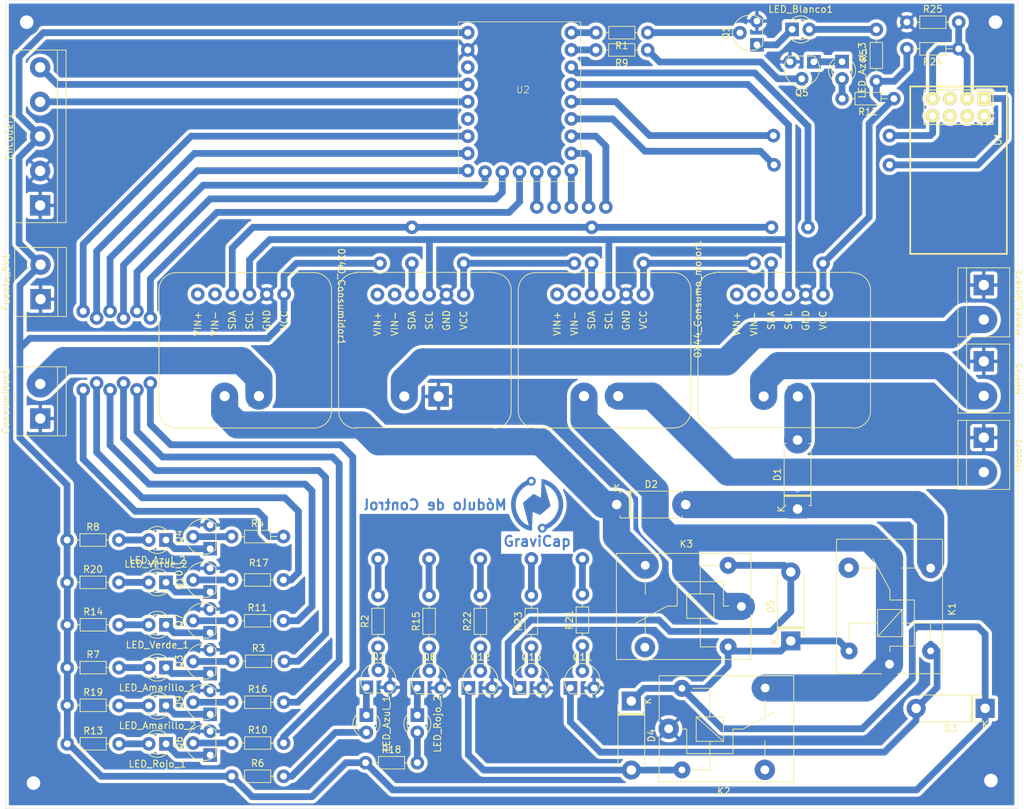
<source format=kicad_pcb>
(kicad_pcb (version 20240108) (generator "pcbnew") (generator_version "8.0")
  (layers (0 "F.Cu" signal) (31 "B.Cu" signal) (34 "B.Paste" user) (35 "F.Paste" user) (36 "B.SilkS" user "B.Silkscreen") (37 "F.SilkS" user "F.Silkscreen") (38 "B.Mask" user) (39 "F.Mask" user) (44 "Edge.Cuts" user))
  (net 0 "")
  (net 1 "Consumidor_+")
  (net 2 "MPPT_+")
  (net 3 "Panel_Solar_+")
  (net 4 "+5V")
  (net 6 "GNDREF")
  (net 7 "Net-(Q1-B)")
  (net 8 "Vin+_Consumo")
  (net 9 "Net-(Q2-B)")
  (net 10 "Motor_Vin+")
  (net 11 "Net-(Q3-B)")
  (net 12 "Motor_Vin-")
  (net 13 "Net-(Q4-B)")
  (net 14 "Net-(Q5-B)")
  (net 15 "Net-(Q6-B)")
  (net 16 "D1_Out")
  (net 17 "Net-(Q7-B)")
  (net 18 "Net-(LED_Blanco1-K)")
  (net 19 "Net-(Q8-B)")
  (net 20 "Net-(D5-A)")
  (net 21 "Net-(Q9-B)")
  (net 22 "Net-(Q11-B)")
  (net 23 "RPZ_LED_6")
  (net 24 "RPZ_LED_5")
  (net 25 "RPZ_LED_8")
  (net 26 "RPZ_RELE_1")
  (net 27 "RPZ_LED_7")
  (net 28 "RPZ_LED_2")
  (net 29 "Net-(Q12-B)")
  (net 30 "RPZ_LED_4")
  (net 31 "RPZ_RELE_2")
  (net 32 "PIN_A_Encoder")
  (net 33 "RPZ_LED_3")
  (net 34 "RPZ_LED_9")
  (net 36 "PIN_B_Encoder")
  (net 37 "RPZ_LED_1")
  (net 38 "RPZ_I2C_SDA")
  (net 39 "RPZ_I2C_SCL")
  (net 40 "RPZ_LED_10")
  (net 41 "RPZ_UART1_TX")
  (net 42 "RPZ_UART1_RX")
  (net 43 "Net-(LED_Amarillo_1-A)")
  (net 44 "Net-(LED_Amarillo_1-K)")
  (net 45 "Net-(LED_Amarillo_2-K)")
  (net 46 "Net-(LED_Amarillo_2-A)")
  (net 47 "Net-(LED_Azul_1-K)")
  (net 48 "Net-(LED_Azul_1-A)")
  (net 49 "Net-(LED_Azul_2-A)")
  (net 50 "Net-(LED_Azul_2-K)")
  (net 51 "Net-(LED_Blanco1-A)")
  (net 52 "Net-(LED_Rojo_1-A)")
  (net 53 "Net-(LED_Rojo_1-K)")
  (net 54 "Net-(LED_Rojo_2-A)")
  (net 55 "Net-(LED_Rojo_2-K)")
  (net 56 "Net-(LED_Verde_1-K)")
  (net 57 "Net-(LED_Verde_1-A)")
  (net 58 "Net-(LED_Verde_2-A)")
  (net 59 "Net-(LED_Verde_2-K)")
  (net 60 "Net-(Q10-B)")
  (net 61 "RPZ_RELE_3")
  (net 62 "Net-(D3-A)")
  (net 63 "Net-(D4-A)")
  (net 70 "Net-(Q13-B)")
  (net 71 "+3.3V")
  (net 76 "unconnected-(U2-GP27-Pad32)")
  (net 77 "Net-(LED_Azul_3-A)")
  (net 78 "Net-(LED_Azul_3-K)")
  (net 79 "Vin-_MPPT")
  (footprint "GraviCap:RP2040 Zero" (layer "F.Cu") (at 133.045 31.45)
    (property "Reference" "U2")
    (property "Value" "RP2040-Zero")
  )
  (footprint "Relay_THT:Relay_SPDT_SANYOU_SRD_Series_Form_C" (layer "F.Cu") (at 154.5 125)
    (property "Reference" "K2")
    (property "Value" "SANYOU_SRD_Form_C" (hide yes))
  )
  (footprint "Package_TO_SOT_THT:TO-92_Inline" (layer "F.Cu") (at 86 116.37 90)
    (property "Reference" "Q3")
    (property "Value" "BC548")
  )
  (footprint "Diode_THT:D_5W_P10.16mm_Horizontal" (layer "F.Cu") (at 172.465 112.08 90)
    (property "Reference" "D5")
    (property "Value" "D")
  )
  (footprint "Package_TO_SOT_THT:TO-92_Inline" (layer "F.Cu") (at 118 118)
    (property "Reference" "Q8")
    (property "Value" "BC548")
  )
  (footprint "Resistor_THT:R_Axial_DIN0204_L3.6mm_D1.6mm_P7.62mm_Horizontal" (layer "F.Cu") (at 187.645 32.26 180)
    (property "Reference" "R12")
    (property "Value" "150Ω")
  )
  (footprint "Resistor_THT:R_Axial_DIN0204_L3.6mm_D1.6mm_P7.62mm_Horizontal" (layer "F.Cu") (at 141.8 112.81 90)
    (property "Reference" "R21")
    (property "Value" "5kΩ")
  )
  (footprint "LED_THT:LED_D3.0mm" (layer "F.Cu") (at 172.66 22.06)
    (property "Reference" "LED_Blanco1")
    (property "Value" "LED")
  )
  (footprint "Relay_THT:Relay_SPDT_SANYOU_SRD_Series_Form_C" (layer "F.Cu") (at 187 115.5 90)
    (property "Reference" "K1")
    (property "Value" "SANYOU_SRD_Form_C")
  )
  (footprint "Resistor_THT:R_Axial_DIN0204_L3.6mm_D1.6mm_P7.62mm_Horizontal" (layer "F.Cu") (at 90.19 132)
    (property "Reference" "R6")
    (property "Value" "150Ω")
  )
  (footprint "LOGO" (layer "F.Cu") (at 135.13 92.04)
    (property "Reference" "GraviCap")
    (property "Value" "LOGO" (hide yes))
  )
  (footprint "Resistor_THT:R_Axial_DIN0204_L3.6mm_D1.6mm_P7.62mm_Horizontal" (layer "F.Cu") (at 151.405 22.54 180)
    (property "Reference" "R1")
    (property "Value" "47kΩ")
  )
  (footprint "RP2040-Zero:module_ina219" (layer "F.Cu") (at 111.445 61.095 -90)
    (property "Reference" "0X45_Panel_Solar1" (hide yes))
    (property "Value" "module_ina219" (hide yes))
  )
  (footprint "Package_TO_SOT_THT:TO-92_Inline" (layer "F.Cu") (at 133.02 118)
    (property "Reference" "Q13")
    (property "Value" "BC548")
  )
  (footprint "Resistor_THT:R_Axial_DIN0204_L3.6mm_D1.6mm_P7.62mm_Horizontal" (layer "F.Cu") (at 65.98 127.22)
    (property "Reference" "R13")
    (property "Value" "150Ω")
  )
  (footprint "TerminalBlock:TerminalBlock_bornier-2_P5.08mm" (layer "F.Cu") (at 200.875 59.69 -90)
    (property "Reference" "Panel_Solar1")
    (property "Value" "Screw_Terminal_01x02" (hide yes))
  )
  (footprint "Diode_THT:D_5W_P10.16mm_Horizontal" (layer "F.Cu") (at 173.465 92.66 90)
    (property "Reference" "D1")
    (property "Value" "D")
  )
  (footprint "RP2040-Zero:module_ina219" (layer "F.Cu") (at 85.324999 60.905001 -90)
    (property "Reference" "0X40_Consumidor1" (hide yes))
    (property "Value" "module_ina219" (hide yes))
  )
  (footprint "Resistor_THT:R_Axial_DIN0204_L3.6mm_D1.6mm_P7.62mm_Horizontal" (layer "F.Cu") (at 90.2 127.1)
    (property "Reference" "R10")
    (property "Value" "47kΩ")
  )
  (footprint "TerminalBlock:TerminalBlock_bornier-2_P5.08mm" (layer "F.Cu") (at 62 79.34 90)
    (property "Reference" "Consumidor1")
    (property "Value" "Screw_Terminal_01x02" (hide yes))
  )
  (footprint "LED_THT:LED_D3.0mm" (layer "F.Cu") (at 110 123 -90)
    (property "Reference" "LED_Azul_1")
    (property "Value" "LED")
  )
  (footprint "Package_TO_SOT_THT:TO-92_Inline" (layer "F.Cu") (at 86 98 90)
    (property "Reference" "Q4")
    (property "Value" "BC548")
  )
  (footprint "Resistor_THT:R_Axial_DIN0204_L3.6mm_D1.6mm_P7.62mm_Horizontal" (layer "F.Cu") (at 65.97 116)
    (property "Reference" "R7")
    (property "Value" "150Ω")
  )
  (footprint "Package_TO_SOT_THT:TO-92_Inline" (layer "F.Cu") (at 86 104.37 90)
    (property "Reference" "Q10")
    (property "Value" "BC548")
  )
  (footprint "LED_THT:LED_D3.0mm" (layer "F.Cu") (at 117.5 123 -90)
    (property "Reference" "LED_Rojo_2")
    (property "Value" "LED")
  )
  (footprint "Package_TO_SOT_THT:TO-92_Inline" (layer "F.Cu") (at 86 128.37 90)
    (property "Reference" "Q6")
    (property "Value" "BC548")
  )
  (footprint "TerminalBlock:TerminalBlock_bornier-2_P5.08mm" (layer "F.Cu") (at 200.875 70.92 -90)
    (property "Reference" "MPPT1")
    (property "Value" "Screw_Terminal_01x02")
  )
  (footprint "LED_THT:LED_D3.0mm" (layer "F.Cu") (at 80.51 97.22 180)
    (property "Reference" "LED_Azul_2")
    (property "Value" "LED")
  )
  (footprint "Package_TO_SOT_THT:TO-92_Inline" (layer "F.Cu") (at 175.355 27.83 180)
    (property "Reference" "Q5")
    (property "Value" "BC548")
  )
  (footprint "Resistor_THT:R_Axial_DIN0204_L3.6mm_D1.6mm_P7.62mm_Horizontal" (layer "F.Cu") (at 90.17 96.71)
    (property "Reference" "R4")
    (property "Value" "47kΩ")
  )
  (footprint "Resistor_THT:R_Axial_DIN0204_L3.6mm_D1.6mm_P7.62mm_Horizontal" (layer "F.Cu") (at 90.2 121.1)
    (property "Reference" "R16")
    (property "Value" "47kΩ")
  )
  (footprint "Resistor_THT:R_Axial_DIN0204_L3.6mm_D1.6mm_P7.62mm_Horizontal" (layer "F.Cu") (at 65.97 121.55)
    (property "Reference" "R19")
    (property "Value" "150Ω")
  )
  (footprint "RP2040-Zero:module_ina219" (layer "F.Cu") (at 163.935 60.695 -90)
    (property "Reference" "0X41_MPPT1" (hide yes))
    (property "Value" "module_ina219" (hide yes))
  )
  (footprint "LED_THT:LED_D3.0mm" (layer "F.Cu") (at 80.51 116 180)
    (property "Reference" "LED_Amarillo_1")
    (property "Value" "LED")
  )
  (footprint "Relay_THT:Relay_SPDT_SANYOU_SRD_Series_Form_C" (layer "F.Cu") (at 165.2 107 180)
    (property "Reference" "K3")
    (property "Value" "SANYOU_SRD_Form_C")
  )
  (footprint "Package_TO_SOT_THT:TO-92_Inline" (layer "F.Cu") (at 140.53 118)
    (property "Reference" "Q11")
    (property "Value" "BC548")
  )
  (footprint "LED_THT:LED_D3.0mm" (layer "F.Cu") (at 80.51 103.46 180)
    (property "Reference" "LED_Verde_2")
    (property "Value" "LED")
  )
  (footprint "Package_TO_SOT_THT:TO-92_Inline" (layer "F.Cu") (at 166.485 23.83 90)
    (property "Reference" "Q1")
    (property "Value" "BC548")
  )
  (footprint "Resistor_THT:R_Axial_DIN0204_L3.6mm_D1.6mm_P7.62mm_Horizontal" (layer "F.Cu") (at 65.95 103.46)
    (property "Reference" "R20")
    (property "Value" "150Ω")
  )
  (footprint "Resistor_THT:R_Axial_DIN0204_L3.6mm_D1.6mm_P7.62mm_Horizontal" (layer "F.Cu") (at 126.78 113 90)
    (property "Reference" "R22")
    (property "Value" "5kΩ")
  )
  (footprint "Resistor_THT:R_Axial_DIN0204_L3.6mm_D1.6mm_P7.62mm_Horizontal" (layer "F.Cu") (at 109.88 130)
    (property "Reference" "R18")
    (property "Value" "150Ω")
  )
  (footprint "Resistor_THT:R_Axial_DIN0204_L3.6mm_D1.6mm_P7.62mm_Horizontal" (layer "F.Cu") (at 90.31 115.07)
    (property "Reference" "R3")
    (property "Value" "47kΩ")
  )
  (footprint "LED_THT:LED_D3.0mm" (layer "F.Cu") (at 80.51 121.58 180)
    (property "Reference" "LED_Amarillo_2")
    (property "Value" "LED")
  )
  (footprint "Resistor_THT:R_Axial_DIN0204_L3.6mm_D1.6mm_P7.62mm_Horizontal" (layer "F.Cu") (at 189.56 21)
    (property "Reference" "R25")
    (property "Value" "5kΩ")
  )
  (footprint "Resistor_THT:R_Axial_DIN0204_L3.6mm_D1.6mm_P7.62mm_Horizontal" (layer "F.Cu") (at 185.065 29.7 90)
    (property "Reference" "R5")
    (property "Value" "150Ω")
  )
  (footprint "Resistor_THT:R_Axial_DIN0204_L3.6mm_D1.6mm_P7.62mm_Horizontal" (layer "F.Cu") (at 119.23 113 90)
    (property "Reference" "R15")
    (property "Value" "47kΩ")
  )
  (footprint "Resistor_THT:R_Axial_DIN0204_L3.6mm_D1.6mm_P7.62mm_Horizontal" (layer "F.Cu") (at 111.72 113 90)
    (property "Reference" "R2")
    (property "Value" "47kΩ")
  )
  (footprint "RP2040-Zero:ESP-01" (layer "F.Cu") (at 200.97 32.24 -90)
    (property "Reference" "U1")
    (property "Value" "ESP-01v090")
  )
  (footprint "Package_TO_SOT_THT:TO-92_Inline" (layer "F.Cu") (at 86 122.37 90)
    (property "Reference" "Q9")
    (property "Value" "BC548")
  )
  (footprint "Resistor_THT:R_Axial_DIN0204_L3.6mm_D1.6mm_P7.62mm_Horizontal" (layer "F.Cu") (at 90.17 103.1)
    (property "Reference" "R17")
    (property "Value" "47kΩ")
  )
  (footprint "Resistor_THT:R_Axial_DIN0204_L3.6mm_D1.6mm_P7.62mm_Horizontal" (layer "F.Cu") (at 134.29 113 90)
    (property "Reference" "R23")
    (property "Value" "5kΩ")
  )
  (footprint "Diode_THT:D_5W_P10.16mm_Horizontal" (layer "F.Cu") (at 149 120.92 -90)
    (property "Reference" "D4")
    (property "Value" "D")
  )
  (footprint "Resistor_THT:R_Axial_DIN0204_L3.6mm_D1.6mm_P7.62mm_Horizontal" (layer "F.Cu") (at 65.98 109.7)
    (property "Reference" "R14")
    (property "Value" "150Ω")
  )
  (footprint "RP2040-Zero:module_ina219" (layer "F.Cu") (at 138.07 61.04 -90)
    (property "Reference" "0X44_Consumo_motor1")
    (property "Value" "module_ina219")
  )
  (footprint "Diode_THT:D_5W_P10.16mm_Horizontal" (layer "F.Cu") (at 201.08 122 180)
    (property "Reference" "D3")
    (property "Value" "D")
  )
  (footprint "Diode_THT:D_5W_P10.16mm_Horizontal" (layer "F.Cu") (at 146.84 92)
    (property "Reference" "D2")
    (property "Value" "D")
  )
  (footprint "Resistor_THT:R_Axial_DIN0204_L3.6mm_D1.6mm_P7.62mm_Horizontal" (layer "F.Cu") (at 197.1775 24.92 180)
    (property "Reference" "R24")
    (property "Value" "10kΩ")
  )
  (footprint "Resistor_THT:R_Axial_DIN0204_L3.6mm_D1.6mm_P7.62mm_Horizontal" (layer "F.Cu") (at 65.95 97.22)
    (property "Reference" "R8")
    (property "Value" "150Ω")
  )
  (footprint "TerminalBlock:TerminalBlock_bornier-2_P5.08mm" (layer "F.Cu") (at 200.875 82.15 -90)
    (property "Reference" "Motor1")
    (property "Value" "Screw_Terminal_01x02")
  )
  (footprint "Package_TO_SOT_THT:TO-92_Inline" (layer "F.Cu") (at 125.51 118)
    (property "Reference" "Q12")
    (property "Value" "BC548")
  )
  (footprint "Resistor_THT:R_Axial_DIN0204_L3.6mm_D1.6mm_P7.62mm_Horizontal" (layer "F.Cu") (at 90.17 109.1)
    (property "Reference" "R11")
    (property "Value" "47kΩ")
  )
  (footprint "Package_TO_SOT_THT:TO-92_Inline" (layer "F.Cu") (at 110.49 117.9)
    (property "Reference" "Q2")
    (property "Value" "BC548")
  )
  (footprint "TerminalBlock:TerminalBlock_bornier-2_P5.08mm" (layer "F.Cu") (at 62.04 61.77 90)
    (property "Reference" "Fuente_5V1")
    (property "Value" "Screw_Terminal_01x02" (hide yes))
  )
  (footprint "Package_TO_SOT_THT:TO-92_Inline" (layer "F.Cu") (at 86 110.37 90)
    (property "Reference" "Q7")
    (property "Value" "BC548")
  )
  (footprint "Resistor_THT:R_Axial_DIN0204_L3.6mm_D1.6mm_P7.62mm_Horizontal" (layer "F.Cu") (at 151.395 25.09 180)
    (property "Reference" "R9")
    (property "Value" "47kΩ")
  )
  (footprint "LED_THT:LED_D3.0mm" (layer "F.Cu") (at 180.015 26.81 -90)
    (property "Reference" "LED_Azul_3")
    (property "Value" "LED")
  )
  (footprint "LED_THT:LED_D3.0mm" (layer "F.Cu") (at 80.51 127.22 180)
    (property "Reference" "LED_Rojo_1")
    (property "Value" "LED")
  )
  (footprint "TerminalBlock:TerminalBlock_bornier-5_P5.08mm" (layer "F.Cu") (at 61.98 47.97 90)
    (property "Reference" "Encoder1")
    (property "Value" "Screw_Terminal_01x05")
  )
  (footprint "LED_THT:LED_D3.0mm" (layer "F.Cu") (at 80.51 109.7 180)
    (property "Reference" "LED_Verde_1")
    (property "Value" "LED")
  )
  (gr_rect (start 56.875 17.76) (end 205.875 136.76) (stroke (width 0.05)) (fill none) (layer "Edge.Cuts"))
  (gr_text "Módulo de Control" (at 120.13 92.04 0) (layer "B.Cu") (effects (font (size 1.5 1.5) (thickness 0.3) (bold yes)) (justify mirror)))
  (segment (start 65.44 70.82) (end 62 74.26) (width 4) (layer "B.Cu") (net 1))
  (segment (start 91.625 70.82) (end 65.44 70.82) (width 4) (layer "B.Cu") (net 1))
  (segment (start 94.18 73.375) (end 91.625 70.82) (width 4) (layer "B.Cu") (net 1))
  (segment (start 94.18 76.04) (end 94.18 73.375) (width 4) (layer "B.Cu") (net 1))
  (segment (start 168.475 76.085) (end 168.475 73.725) (width 4) (layer "B.Cu") (net 2))
  (segment (start 170.65 71.55) (end 194.615 71.55) (width 4) (layer "B.Cu") (net 2))
  (segment (start 168.475 73.725) (end 170.65 71.55) (width 4) (layer "B.Cu") (net 2))
  (segment (start 194.615 71.55) (end 199.065 76) (width 4) (layer "B.Cu") (net 2))
  (segment (start 199.065 76) (end 200.875 76) (width 4) (layer "B.Cu") (net 2))
  (segment (start 115.585 73.725) (end 115.585 76.085) (width 4) (layer "B.Cu") (net 3))
  (segment (start 198.23 64.77) (end 196 67) (width 4) (layer "B.Cu") (net 3))
  (segment (start 196 67) (end 167 67) (width 4) (layer "B.Cu") (net 3))
  (segment (start 118.31 71) (end 115.585 73.725) (width 4) (layer "B.Cu") (net 3))
  (segment (start 167 67) (end 163 71) (width 4) (layer "B.Cu") (net 3))
  (segment (start 163 71) (end 118.31 71) (width 4) (layer "B.Cu") (net 3))
  (segment (start 200.875 64.77) (end 198.23 64.77) (width 4) (layer "B.Cu") (net 3))
  (via (at 150.785 56.49) (size 2) (drill 1) (layers "F.Cu" "B.Cu") (net 4))
  (via (at 167.055 56.49) (size 2) (drill 1) (layers "F.Cu" "B.Cu") (net 4))
  (via (at 177.215 56.49) (size 2) (drill 1) (layers "F.Cu" "B.Cu") (net 4))
  (via (at 140.61 56.49) (size 2) (drill 1) (layers "F.Cu" "B.Cu") (net 4))
  (via (at 124.315 56.49) (size 2) (drill 1) (layers "F.Cu" "B.Cu") (net 4))
  (via (at 112 56.49) (size 2) (drill 1) (layers "F.Cu" "B.Cu") (net 4))
  (segment (start 59 59.73) (end 62.04 56.69) (width 1) (layer "B.Cu") (net 4))
  (segment (start 172.465 112.08) (end 170.975 113.57) (width 1) (layer "B.Cu") (net 4))
  (segment (start 62.04 56.69) (end 58.875 53.525) (width 1) (layer "B.Cu") (net 4))
  (segment (start 191 110) (end 190.35 110.65) (width 1) (layer "B.Cu") (net 4))
  (segment (start 65.98 126) (end 65.98 126.98) (width 1) (layer "B.Cu") (net 4))
  (segment (start 61.98 37.81) (end 58.875 34.705) (width 1) (layer "B.Cu") (net 4))
  (segment (start 107 130) (end 102 135) (width 1) (layer "B.Cu") (net 4))
  (segment (start 190.35 110.65) (end 190.35 117.65) (width 1) (layer "B.Cu") (net 4))
  (segment (start 177.215 56.49) (end 177.215 61.085) (width 1) (layer "B.Cu") (net 4))
  (segment (start 113.88 134) (end 109.88 130) (width 1) (layer "B.Cu") (net 4))
  (segment (start 65.98 126) (end 65.98 103.51) (width 1) (layer "B.Cu") (net 4))
  (segment (start 65.98 126.98) (end 71 132) (width 1) (layer "B.Cu") (net 4))
  (segment (start 184 49.705) (end 184 35.905) (width 1) (layer "B.Cu") (net 4))
  (segment (start 183 125) (end 162.4 125) (width 1) (layer "B.Cu") (net 4))
  (segment (start 190.35 117.65) (end 183 125) (width 1) (layer "B.Cu") (net 4))
  (segment (start 60.46 67.54) (end 59 69) (width 1) (layer "B.Cu") (net 4))
  (segment (start 185.715 32.26) (end 187.645 32.26) (width 1) (layer "B.Cu") (net 4))
  (segment (start 150.87 119.05) (end 149 120.92) (width 1) (layer "B.Cu") (net 4))
  (segment (start 187.69 29.7) (end 189.5575 27.8325) (width 1) (layer "B.Cu") (net 4))
  (segment (start 62.46 22.54) (end 124.925 22.54) (width 1) (layer "B.Cu") (net 4))
  (segment (start 156.45 119.05) (end 159.95 119.05) (width 1) (layer "B.Cu") (net 4))
  (segment (start 150.785 56.49) (end 167.045 56.49) (width 1) (layer "B.Cu") (net 4))
  (segment (start 99.705 56.49) (end 97.88 58.315) (width 1) (layer "B.Cu") (net 4))
  (segment (start 187.665 32.24) (end 187.645 32.26) (width 1) (layer "B.Cu") (net 4))
  (segment (start 109.88 130) (end 107 130) (width 1) (layer "B.Cu") (net 4))
  (segment (start 201.08 123.92) (end 191 134) (width 1) (layer "B.Cu") (net 4))
  (segment (start 185.065 29.7) (end 187.69 29.7) (width 1) (layer "B.Cu") (net 4))
  (segment (start 167.045 56.49) (end 167.055 56.5) (width 1) (layer "B.Cu") (net 4))
  (segment (start 201.08 122) (end 201.08 123.92) (width 1) (layer "B.Cu") (net 4))
  (segment (start 65.95 97.22) (end 65.95 89.11) (width 1) (layer "B.Cu") (net 4))
  (segment (start 177.215 56.49) (end 184 49.705) (width 1) (layer "B.Cu") (net 4))
  (segment (start 150.785 56.49) (end 150.785 61.025) (width 1) (layer "B.Cu") (net 4))
  (segment (start 71 132) (end 90.19 132) (width 1) (layer "B.Cu") (net 4))
  (segment (start 59 82.16) (end 59 69) (width 1) (layer "B.Cu") (net 4))
  (segment (start 170.975 113.57) (end 163.87 113.57) (width 1) (layer "B.Cu") (net 4))
  (segment (start 156.45 119.05) (end 150.87 119.05) (width 1) (layer "B.Cu") (net 4))
  (segment (start 201.08 111.08) (end 200 110) (width 1) (layer "B.Cu") (net 4))
  (segment (start 112 56.49) (end 99.705 56.49) (width 1) (layer "B.Cu") (net 4))
  (segment (start 185.065 29.7) (end 185.065 31.61) (width 1) (layer "B.Cu") (net 4))
  (segment (start 58.875 26.125) (end 62.46 22.54) (width 1) (layer "B.Cu") (net 4))
  (segment (start 124.315 56.49) (end 124.315 61.075) (width 1) (layer "B.Cu") (net 4))
  (segment (start 162.4 125) (end 156.45 119.05) (width 1) (layer "B.Cu") (net 4))
  (segment (start 189.5575 27.8325) (end 189.5575 24.92) (width 1) (layer "B.Cu") (net 4))
  (segment (start 191 134) (end 113.88 134) (width 1) (layer "B.Cu") (net 4))
  (segment (start 65.95 103.46) (end 65.95 97.22) (width 1) (layer "B.Cu") (net 4))
  (segment (start 97.88 61.04) (end 97.88 65.12) (width 1) (layer "B.Cu") (net 4))
  (segment (start 163.25 115.75) (end 163.25 112.95) (width 1) (layer "B.Cu") (net 4))
  (segment (start 102 135) (end 93.19 135) (width 1) (layer "B.Cu") (net 4))
  (segment (start 58.875 53.525) (end 58.875 40.915) (width 1) (layer "B.Cu") (net 4))
  (segment (start 184 35.905) (end 187.645 32.26) (width 1) (layer "B.Cu") (net 4))
  (segment (start 95.46 67.54) (end 60.46 67.54) (width 1) (layer "B.Cu") (net 4))
  (segment (start 140.605 56.49) (end 124.315 56.49) (width 1) (layer "B.Cu") (net 4))
  (segment (start 65.95 89.11) (end 59 82.16) (width 1) (layer "B.Cu") (net 4))
  (segment (start 163.87 113.57) (end 163.25 112.95) (width 1) (layer "B.Cu") (net 4))
  (segment (start 185.065 31.61) (end 185.715 32.26) (width 1) (layer "B.Cu") (net 4))
  (segment (start 93.19 135) (end 90.19 132) (width 1) (layer "B.Cu") (net 4))
  (segment (start 201.08 122) (end 201.08 111.08) (width 1) (layer "B.Cu") (net 4))
  (segment (start 58.875 34.705) (end 58.875 26.125) (width 1) (layer "B.Cu") (net 4))
  (segment (start 124.315 61.075) (end 124.325 61.085) (width 1) (layer "B.Cu") (net 4))
  (segment (start 97.88 58.315) (end 97.88 61.04) (width 1) (layer "B.Cu") (net 4))
  (segment (start 172.465 112.08) (end 179.58 112.08) (width 1) (layer "B.Cu") (net 4))
  (segment (start 200 110) (end 191 110) (width 1) (layer "B.Cu") (net 4))
  (segment (start 159.95 119.05) (end 163.25 115.75) (width 1) (layer "B.Cu") (net 4))
  (segment (start 179.58 112.08) (end 181.05 113.55) (width 1) (layer "B.Cu") (net 4))
  (segment (start 150.785 61.025) (end 150.77 61.04) (width 1) (layer "B.Cu") (net 4))
  (segment (start 59 69) (end 59 59.73) (width 1) (layer "B.Cu") (net 4))
  (segment (start 58.875 40.915) (end 61.98 37.81) (width 1) (layer "B.Cu") (net 4))
  (segment (start 65.98 127.22) (end 65.98 126) (width 1) (layer "B.Cu") (net 4))
  (segment (start 171.595 112.95) (end 172.465 112.08) (width 1) (layer "B.Cu") (net 4))
  (segment (start 97.88 65.12) (end 95.46 67.54) (width 1) (layer "B.Cu") (net 4))
  (via (at 202.6 20.99) (size 4) (drill 2) (layers "F.Cu" "B.Cu") (net 6))
  (via (at 61 133) (size 4) (drill 2) (layers "F.Cu" "B.Cu") (net 6))
  (via (at 60 21) (size 4) (drill 2) (layers "F.Cu" "B.Cu") (net 6))
  (via (at 201.93 132.62) (size 4) (drill 2) (layers "F.Cu" "B.Cu") (net 6))
  (segment (start 151.405 22.54) (end 164.965 22.54) (width 1) (layer "B.Cu") (net 7))
  (segment (start 164.965 22.54) (end 164.985 22.56) (width 1) (layer "B.Cu") (net 7))
  (segment (start 151.05 100.95) (end 146.8 96.7) (width 4) (layer "B.Cu") (net 8))
  (segment (start 144.92 92) (end 135.67 82.75) (width 4) (layer "B.Cu") (net 8))
  (segment (start 89.14 78.4) (end 89.14 76.04) (width 4) (layer "B.Cu") (net 8))
  (segment (start 91.025 80.285) (end 89.14 78.4) (width 4) (layer "B.Cu") (net 8))
  (segment (start 146.84 92) (end 144.92 92) (width 4) (layer "B.Cu") (net 8))
  (segment (start 111.75 82.75) (end 109.285 80.285) (width 4) (layer "B.Cu") (net 8))
  (segment (start 146.8 96.7) (end 146.8 92) (width 4) (layer "B.Cu") (net 8))
  (segment (start 135.67 82.75) (end 111.75 82.75) (width 4) (layer "B.Cu") (net 8))
  (segment (start 109.285 80.285) (end 91.025 80.285) (width 4) (layer "B.Cu") (net 8))
  (segment (start 111.76 113.04) (end 111.72 113) (width 1) (layer "B.Cu") (net 9))
  (segment (start 111.76 116.4) (end 111.76 113.04) (width 1) (layer "B.Cu") (net 9))
  (segment (start 152.5 94.87) (end 157 99.37) (width 4) (layer "B.Cu") (net 10))
  (segment (start 152.5 94.87) (end 154.55 96.92) (width 4) (layer "B.Cu") (net 10))
  (segment (start 157 99.37) (end 157 101.75) (width 4) (layer "B.Cu") (net 10))
  (segment (start 157 101.75) (end 162.25 107) (width 4) (layer "B.Cu") (net 10))
  (segment (start 142.03 76.04) (end 142.03 79.499848) (width 4) (layer "B.Cu") (net 10))
  (segment (start 152.5 89.969848) (end 152.5 94.87) (width 4) (layer "B.Cu") (net 10))
  (segment (start 162.25 107) (end 165.2 107) (width 4) (layer "B.Cu") (net 10))
  (segment (start 183.5 119) (end 187 115.5) (width 4) (layer "B.Cu") (net 10))
  (segment (start 187 99.94) (end 183.98 96.92) (width 4) (layer "B.Cu") (net 10))
  (segment (start 183.98 96.92) (end 154.55 96.92) (width 4) (layer "B.Cu") (net 10))
  (segment (start 187 115.5) (end 187 99.94) (width 4) (layer "B.Cu") (net 10))
  (segment (start 142.03 79.499848) (end 152.5 89.969848) (width 4) (layer "B.Cu") (net 10))
  (segment (start 168.7 119) (end 183.5 119) (width 4) (layer "B.Cu") (net 10))
  (segment (start 84.5 115.1) (end 90.28 115.1) (width 1) (layer "B.Cu") (net 11))
  (segment (start 90.28 115.1) (end 90.31 115.07) (width 1) (layer "B.Cu") (net 11))
  (segment (start 152.04 76.04) (end 163.23 87.23) (width 4) (layer "B.Cu") (net 12))
  (segment (start 163.23 87.23) (end 200.875 87.23) (width 4) (layer "B.Cu") (net 12))
  (segment (start 147.07 76.04) (end 152.04 76.04) (width 4) (layer "B.Cu") (net 12))
  (segment (start 84.5 96.73) (end 90.15 96.73) (width 1) (layer "B.Cu") (net 13))
  (segment (start 90.15 96.73) (end 90.17 96.71) (width 1) (layer "B.Cu") (net 13))
  (segment (start 168.065 26.86) (end 170.535 29.33) (width 1) (layer "B.Cu") (net 14))
  (segment (start 170.535 29.33) (end 174.085 29.33) (width 1) (layer "B.Cu") (net 14))
  (segment (start 151.395 25.09) (end 153.165 26.86) (width 1) (layer "B.Cu") (net 14))
  (segment (start 153.165 26.86) (end 168.065 26.86) (width 1) (layer "B.Cu") (net 14))
  (segment (start 84.5 127.1) (end 90.2 127.1) (width 1) (layer "B.Cu") (net 15))
  (segment (start 174.125 92) (end 191 92) (width 4) (layer "B.Cu") (net 16))
  (segment (start 191 92) (end 193.05 94.05) (width 4) (layer "B.Cu") (net 16))
  (segment (start 157 92) (end 172.805 92) (width 4) (layer "B.Cu") (net 16))
  (segment (start 193.05 94.05) (end 193.05 100.35) (width 4) (layer "B.Cu") (net 16))
  (segment (start 84.5 109.1) (end 90.14 109.1) (width 1) (layer "B.Cu") (net 17))
  (segment (start 90.14 109.1) (end 90.17 109.13) (width 1) (layer "B.Cu") (net 17))
  (segment (start 170.39 24.33) (end 172.66 22.06) (width 1) (layer "B.Cu") (net 18))
  (segment (start 167.485 24.33) (end 170.39 24.33) (width 1) (layer "B.Cu") (net 18))
  (segment (start 119.27 116.5) (end 119.27 113.04) (width 1) (layer "B.Cu") (net 19))
  (segment (start 119.27 113.04) (end 119.23 113) (width 1) (layer "B.Cu") (net 19))
  (segment (start 172.465 101.92) (end 172.465 107.775) (width 1) (layer "B.Cu") (net 20))
  (segment (start 130.88 117.36) (end 132.52 119) (width 1) (layer "B.Cu") (net 20))
  (segment (start 172.465 107.775) (end 169.57 110.67) (width 1) (layer "B.Cu") (net 20))
  (segment (start 130.88 112.33) (end 130.88 117.36) (width 1) (layer "B.Cu") (net 20))
  (segment (start 171.495 100.95) (end 172.465 101.92) (width 1) (layer "B.Cu") (net 20))
  (segment (start 134.21 109) (end 130.88 112.33) (width 1) (layer "B.Cu") (net 20))
  (segment (start 153.05 109) (end 134.21 109) (width 1) (layer "B.Cu") (net 20))
  (segment (start 163.25 100.95) (end 171.495 100.95) (width 1) (layer "B.Cu") (net 20))
  (segment (start 154.72 110.67) (end 153.05 109) (width 1) (layer "B.Cu") (net 20))
  (segment (start 169.57 110.67) (end 154.72 110.67) (width 1) (layer "B.Cu") (net 20))
  (segment (start 84.5 121.1) (end 90.2 121.1) (width 1) (layer "B.Cu") (net 21))
  (segment (start 141.8 116.5) (end 141.8 112.81) (width 1) (layer "B.Cu") (net 22))
  (via (at 76.23 75.12) (size 2) (drill 1) (layers "F.Cu" "B.Cu") (net 23))
  (via (at 76.23 63.54) (size 2) (drill 1) (layers "F.Cu" "B.Cu") (net 23))
  (segment (start 106 86) (end 106 115) (width 1) (layer "B.Cu") (net 23))
  (segment (start 130.005 46.035) (end 130.005 43.07) (width 1) (layer "B.Cu") (net 23))
  (segment (start 76.23 75.12) (end 76.23 81.23) (width 1) (layer "B.Cu") (net 23))
  (segment (start 129.04 47) (end 130.005 46.035) (width 1) (layer "B.Cu") (net 23))
  (segment (start 76.23 63.54) (end 76.23 57.77) (width 1) (layer "B.Cu") (net 23))
  (segment (start 80 85) (end 105 85) (width 1) (layer "B.Cu") (net 23))
  (segment (start 99.9 121.1) (end 97.82 121.1) (width 1) (layer "B.Cu") (net 23))
  (segment (start 76.23 81.23) (end 80 85) (width 1) (layer "B.Cu") (net 23))
  (segment (start 105 85) (end 106 86) (width 1) (layer "B.Cu") (net 23))
  (segment (start 87 47) (end 129.04 47) (width 1) (layer "B.Cu") (net 23))
  (segment (start 106 115) (end 99.9 121.1) (width 1) (layer "B.Cu") (net 23))
  (segment (start 76.23 57.77) (end 87 47) (width 1) (layer "B.Cu") (net 23))
  (via (at 78.2075 64.54) (size 2) (drill 1) (layers "F.Cu" "B.Cu") (net 24))
  (via (at 78.2075 74.12) (size 2) (drill 1) (layers "F.Cu" "B.Cu") (net 24))
  (segment (start 106.2 83.2) (end 108 85) (width 1) (layer "B.Cu") (net 24))
  (segment (start 78.2075 74.12) (end 78.2075 80.2075) (width 1) (layer "B.Cu") (net 24))
  (segment (start 132.545 47.455) (end 132.545 43.07) (width 1) (layer "B.Cu") (net 24))
  (segment (start 131 49) (end 132.545 47.455) (width 1) (layer "B.Cu") (net 24))
  (segment (start 81.2 83.2) (end 106.2 83.2) (width 1) (layer "B.Cu") (net 24))
  (segment (start 78.2075 64.54) (end 78.2075 58.7925) (width 1) (layer "B.Cu") (net 24))
  (segment (start 88 49) (end 131 49) (width 1) (layer "B.Cu") (net 24))
  (segment (start 97.82 126.18) (end 97.82 127.1) (width 1) (layer "B.Cu") (net 24))
  (segment (start 108 85) (end 108 116) (width 1) (layer "B.Cu") (net 24))
  (segment (start 78.2075 58.7925) (end 88 49) (width 1) (layer "B.Cu") (net 24))
  (segment (start 78.2075 80.2075) (end 81.2 83.2) (width 1) (layer "B.Cu") (net 24))
  (segment (start 108 116) (end 97.82 126.18) (width 1) (layer "B.Cu") (net 24))
  (via (at 72.275 75.12) (size 2) (drill 1) (layers "F.Cu" "B.Cu") (net 25))
  (via (at 72.275 63.54) (size 2) (drill 1) (layers "F.Cu" "B.Cu") (net 25))
  (segment (start 102 90) (end 101 89) (width 1) (layer "B.Cu") (net 25))
  (segment (start 102 107) (end 102 90) (width 1) (layer "B.Cu") (net 25))
  (segment (start 101 89) (end 78 89) (width 1) (layer "B.Cu") (net 25))
  (segment (start 78 89) (end 72.275 83.275) (width 1) (layer "B.Cu") (net 25))
  (segment (start 72.275 63.54) (end 72.275 55.725) (width 1) (layer "B.Cu") (net 25))
  (segment (start 99.9 109.1) (end 102 107) (width 1) (layer "B.Cu") (net 25))
  (segment (start 97.79 109.1) (end 99.9 109.1) (width 1) (layer "B.Cu") (net 25))
  (segment (start 72.275 55.725) (end 85.14 42.86) (width 1) (layer "B.Cu") (net 25))
  (segment (start 85.14 42.86) (end 124.925 42.86) (width 1) (layer "B.Cu") (net 25))
  (segment (start 72.275 83.275) (end 72.275 75.12) (width 1) (layer "B.Cu") (net 25))
  (via (at 145.245 48.2) (size 2) (drill 1) (layers "F.Cu" "B.Cu") (net 26))
  (via (at 141.8 100) (size 2) (drill 1) (layers "F.Cu" "B.Cu") (net 26))
  (segment (start 143.78 37.78) (end 140.165 37.78) (width 1) (layer "B.Cu") (net 26))
  (segment (start 145.245 48.2) (end 145.245 39.245) (width 1) (layer "B.Cu") (net 26))
  (segment (start 141.8 105.19) (end 141.8 100) (width 1) (layer "B.Cu") (net 26))
  (segment (start 145.245 39.245) (end 143.78 37.78) (width 1) (layer "B.Cu") (net 26))
  (via (at 74.2525 74.12) (size 2) (drill 1) (layers "F.Cu" "B.Cu") (net 27))
  (via (at 74.2525 64.54) (size 2) (drill 1) (layers "F.Cu" "B.Cu") (net 27))
  (segment (start 103 87) (end 79 87) (width 1) (layer "B.Cu") (net 27))
  (segment (start 99.93 115.07) (end 104 111) (width 1) (layer "B.Cu") (net 27))
  (segment (start 97.93 115.07) (end 99.93 115.07) (width 1) (layer "B.Cu") (net 27))
  (segment (start 127 45) (end 127.465 44.535) (width 1) (layer "B.Cu") (net 27))
  (segment (start 104 111) (end 104 88) (width 1) (layer "B.Cu") (net 27))
  (segment (start 74.2525 64.54) (end 74.2525 56.7475) (width 1) (layer "B.Cu") (net 27))
  (segment (start 74.2525 56.7475) (end 86 45) (width 1) (layer "B.Cu") (net 27))
  (segment (start 79 87) (end 74.2525 82.2525) (width 1) (layer "B.Cu") (net 27))
  (segment (start 74.2525 82.2525) (end 74.2525 74.12) (width 1) (layer "B.Cu") (net 27))
  (segment (start 86 45) (end 127 45) (width 1) (layer "B.Cu") (net 27))
  (segment (start 127.465 44.535) (end 127.465 43.07) (width 1) (layer "B.Cu") (net 27))
  (segment (start 104 88) (end 103 87) (width 1) (layer "B.Cu") (net 27))
  (segment (start 143.765 25.08) (end 143.775 25.09) (width 1) (layer "B.Cu") (net 28))
  (segment (start 140.165 25.08) (end 143.765 25.08) (width 1) (layer "B.Cu") (net 28))
  (segment (start 126.78 113) (end 126.78 116.5) (width 1) (layer "B.Cu") (net 29))
  (via (at 135.085 48.2) (size 2) (drill 1) (layers "F.Cu" "B.Cu") (net 30))
  (via (at 111.72 100) (size 2) (drill 1) (layers "F.Cu" "B.Cu") (net 30))
  (segment (start 111.72 105.38) (end 111.72 100) (width 1) (layer "B.Cu") (net 30))
  (segment (start 135.085 43.07) (end 135.085 48.2) (width 1) (layer "B.Cu") (net 30))
  (via (at 142.705 48.2) (size 2) (drill 1) (layers "F.Cu" "B.Cu") (net 31))
  (via (at 134.29 100) (size 2) (drill 1) (layers "F.Cu" "B.Cu") (net 31))
  (segment (start 142.705 48.2) (end 142.705 40.705) (width 1) (layer "B.Cu") (net 31))
  (segment (start 134.29 105.38) (end 134.29 100) (width 1) (layer "B.Cu") (net 31))
  (segment (start 142.705 40.705) (end 142.32 40.32) (width 1) (layer "B.Cu") (net 31))
  (segment (start 142.32 40.32) (end 140.165 40.32) (width 1) (layer "B.Cu") (net 31))
  (segment (start 61.98 32.73) (end 124.895 32.73) (width 1) (layer "B.Cu") (net 32))
  (segment (start 124.895 32.73) (end 124.925 32.7) (width 1) (layer "B.Cu") (net 32))
  (via (at 137.625 48.2) (size 2) (drill 1) (layers "F.Cu" "B.Cu") (net 33))
  (via (at 119.23 100) (size 2) (drill 1) (layers "F.Cu" "B.Cu") (net 33))
  (segment (start 119.23 105.38) (end 119.23 100) (width 1) (layer "B.Cu") (net 33))
  (segment (start 137.625 48.2) (end 137.625 43.07) (width 1) (layer "B.Cu") (net 33))
  (via (at 70.2975 64.54) (size 2) (drill 1) (layers "F.Cu" "B.Cu") (net 34))
  (via (at 70.2975 74.12) (size 2) (drill 1) (layers "F.Cu" "B.Cu") (net 34))
  (segment (start 100 93) (end 100 102) (width 1) (layer "B.Cu") (net 34))
  (segment (start 84.68 40.32) (end 124.925 40.32) (width 1) (layer "B.Cu") (net 34))
  (segment (start 70.2975 74.12) (end 70.2975 84.2975) (width 1) (layer "B.Cu") (net 34))
  (segment (start 98.9 103.1) (end 97.79 103.1) (width 1) (layer "B.Cu") (net 34))
  (segment (start 70.2975 84.2975) (end 77 91) (width 1) (layer "B.Cu") (net 34))
  (segment (start 100 102) (end 98.9 103.1) (width 1) (layer "B.Cu") (net 34))
  (segment (start 70.2975 64.54) (end 70.2975 54.7025) (width 1) (layer "B.Cu") (net 34))
  (segment (start 70.2975 54.7025) (end 84.68 40.32) (width 1) (layer "B.Cu") (net 34))
  (segment (start 77 91) (end 98 91) (width 1) (layer "B.Cu") (net 34))
  (segment (start 98 91) (end 100 93) (width 1) (layer "B.Cu") (net 34))
  (segment (start 61.98 27.65) (end 64.49 30.16) (width 1) (layer "B.Cu") (net 36))
  (segment (start 64.49 30.16) (end 124.925 30.16) (width 1) (layer "B.Cu") (net 36))
  (segment (start 140.165 22.54) (end 143.785 22.54) (width 1) (layer "B.Cu") (net 37))
  (via (at 175 51.19) (size 2) (drill 1) (layers "F.Cu" "B.Cu") (net 38))
  (via (at 169.585 56.49) (size 2) (drill 1) (layers "F.Cu" "B.Cu") (net 38))
  (via (at 116.695 56.49) (size 2) (drill 1) (layers "F.Cu" "B.Cu") (net 38))
  (via (at 116.695 51.19) (size 2) (drill 1) (layers "F.Cu" "B.Cu") (net 38))
  (via (at 143.155 56.49) (size 2) (drill 1) (layers "F.Cu" "B.Cu") (net 38))
  (via (at 143.165 51.19) (size 2) (drill 1) (layers "F.Cu" "B.Cu") (net 38))
  (via (at 169.625 51.19) (size 2) (drill 1) (layers "F.Cu" "B.Cu") (net 38))
  (segment (start 169.595 61.085) (end 169.595 56.61) (width 1) (layer "B.Cu") (net 38))
  (segment (start 143.15 56.565) (end 143.155 56.56) (width 1) (layer "B.Cu") (net 38))
  (segment (start 169.595 56.61) (end 169.585 56.6) (width 1) (layer "B.Cu") (net 38))
  (segment (start 93.31 51.19) (end 90.26 54.24) (width 1) (layer "B.Cu") (net 38))
  (segment (start 143.15 61.04) (end 143.15 56.565) (width 1) (layer "B.Cu") (net 38))
  (segment (start 90.26 54.24) (end 90.26 60.665) (width 1) (layer "B.Cu") (net 38))
  (segment (start 169.625 51.19) (end 143.165 51.19) (width 1) (layer "B.Cu") (net 38))
  (segment (start 175 51.19) (end 175 36.29625) (width 1) (layer "B.Cu") (net 38))
  (segment (start 116.695 51.19) (end 93.31 51.19) (width 1) (layer "B.Cu") (net 38))
  (segment (start 167.17375 28.47) (end 141.015 28.47) (width 1) (layer "B.Cu") (net 38))
  (segment (start 143.15 56.825) (end 143.135 56.81) (width 1) (layer "B.Cu") (net 38))
  (segment (start 141.015 28.47) (end 140.165 27.62) (width 1) (layer "B.Cu") (net 38))
  (segment (start 116.705 61.085) (end 116.705 56.5) (width 1) (layer "B.Cu") (net 38))
  (segment (start 143.165 51.19) (end 116.695 51.19) (width 1) (layer "B.Cu") (net 38))
  (segment (start 175 36.29625) (end 167.17375 28.47) (width 1) (layer "B.Cu") (net 38))
  (segment (start 116.705 56.5) (end 116.695 56.49) (width 1) (layer "B.Cu") (net 38))
  (segment (start 146 53) (end 172.135 53) (width 1) (layer "B.Cu") (net 39))
  (segment (start 166.16 30.16) (end 140.165 30.16) (width 1) (layer "B.Cu") (net 39))
  (segment (start 172.135 57) (end 172.135 53) (width 1) (layer "B.Cu") (net 39))
  (segment (start 145.69 53.31) (end 146 53) (width 1) (layer "B.Cu") (net 39))
  (segment (start 119.28 60.775) (end 119.28 53) (width 1) (layer "B.Cu") (net 39))
  (segment (start 145.69 61.04) (end 145.69 53.31) (width 1) (layer "B.Cu") (net 39))
  (segment (start 92.8 55.97) (end 95.77 53) (width 1) (layer "B.Cu") (net 39))
  (segment (start 172.135 36.135) (end 166.16 30.16) (width 1) (layer "B.Cu") (net 39))
  (segment (start 92.8 60.495) (end 92.8 55.97) (width 1) (layer "B.Cu") (net 39))
  (segment (start 172.135 37.255) (end 172.135 36.135) (width 1) (layer "B.Cu") (net 39))
  (segment (start 172.135 53) (end 172.135 37.255) (width 1) (layer "B.Cu") (net 39))
  (segment (start 172.135 37.255) (end 172.14 37.25) (width 1) (layer "B.Cu") (net 39))
  (segment (start 172.135 61.085) (end 172.135 57) (width 1) (layer "B.Cu") (net 39))
  (segment (start 95.77 53) (end 146 53) (width 1) (layer "B.Cu") (net 39))
  (via (at 68.32 63.54) (size 2) (drill 1) (layers "F.Cu" "B.Cu") (net 40))
  (via (at 68.32 75.12) (size 2) (drill 1) (layers "F.Cu" "B.Cu") (net 40))
  (segment (start 95 94) (end 94 93) (width 1) (layer "B.Cu") (net 40))
  (segment (start 68.32 85.32) (end 68.32 75.12) (width 1) (layer "B.Cu") (net 40))
  (segment (start 95.71 96.71) (end 95 96) (width 1) (layer "B.Cu") (net 40))
  (segment (start 76 93) (end 68.32 85.32) (width 1) (layer "B.Cu") (net 40))
  (segment (start 68.32 53.68) (end 84.22 37.78) (width 1) (layer "B.Cu") (net 40))
  (segment (start 94 93) (end 76 93) (width 1) (layer "B.Cu") (net 40))
  (segment (start 97.79 96.71) (end 95.71 96.71) (width 1) (layer "B.Cu") (net 40))
  (segment (start 95 96) (end 95 94) (width 1) (layer "B.Cu") (net 40))
  (segment (start 84.22 37.78) (end 124.925 37.78) (width 1) (layer "B.Cu") (net 40))
  (segment (start 68.32 63.54) (end 68.32 53.68) (width 1) (layer "B.Cu") (net 40))
  (via (at 169.906668 37.69) (size 2) (drill 1) (layers "F.Cu" "B.Cu") (net 41))
  (via (at 187 37.69) (size 2) (drill 1) (layers "F.Cu" "B.Cu") (net 41))
  (segment (start 169.906668 37.69) (end 151.69 37.69) (width 1) (layer "B.Cu") (net 41))
  (segment (start 146.7 32.7) (end 140.165 32.7) (width 1) (layer "B.Cu") (net 41))
  (segment (start 193.35 34.78) (end 193.35 37.34) (width 1) (layer "B.Cu") (net 41))
  (segment (start 151.69 37.69) (end 146.7 32.7) (width 1) (layer "B.Cu") (net 41))
  (segment (start 193 37.69) (end 187 37.69) (width 1) (layer "B.Cu") (net 41))
  (segment (start 193.35 37.34) (end 193 37.69) (width 1) (layer "B.Cu") (net 41))
  (via (at 170 42) (size 2) (drill 1) (layers "F.Cu" "B.Cu") (net 42))
  (via (at 187 42) (size 2) (drill 1) (layers "F.Cu" "B.Cu") (net 42))
  (segment (start 146.24 35.24) (end 140.165 35.24) (width 1) (layer "B.Cu") (net 42))
  (segment (start 151 40) (end 146.24 35.24) (width 1) (layer "B.Cu") (net 42))
  (segment (start 168 40) (end 151 40) (width 1) (layer "B.Cu") (net 42))
  (segment (start 170 42) (end 168 40) (width 1) (layer "B.Cu") (net 42))
  (segment (start 204 32.24) (end 200.97 32.24) (width 1) (layer "B.Cu") (net 42))
  (segment (start 204 38) (end 204 32.24) (width 1) (layer "B.Cu") (net 42))
  (segment (start 200 42) (end 204 38) (width 1) (layer "B.Cu") (net 42))
  (segment (start 187 42) (end 200 42) (width 1) (layer "B.Cu") (net 42))
  (segment (start 77.97 116) (end 73.59 116) (width 1) (layer "B.Cu") (net 43))
  (segment (start 81.38 116.87) (end 87 116.87) (width 1) (layer "B.Cu") (net 44))
  (segment (start 80.51 116) (end 81.38 116.87) (width 1) (layer "B.Cu") (net 44))
  (segment (start 87 122.87) (end 81.8 122.87) (width 1) (layer "B.Cu") (net 45))
  (segment (start 81.8 122.87) (end 80.51 121.58) (width 1) (layer "B.Cu") (net 45))
  (segment (start 77.97 121.58) (end 73.59 121.58) (width 1) (layer "B.Cu") (net 46))
  (segment (start 110 118.91) (end 109.99 118.9) (width 1) (layer "B.Cu") (net 47))
  (segment (start 110 123) (end 110 118.91) (width 1) (layer "B.Cu") (net 47))
  (segment (start 99 132) (end 105.46 125.54) (width 1) (layer "B.Cu") (net 48))
  (segment (start 105.46 125.54) (end 110 125.54) (width 1) (layer "B.Cu") (net 48))
  (segment (start 97.81 132) (end 99 132) (width 1) (layer "B.Cu") (net 48))
  (segment (start 73.57 97.22) (end 77.97 97.22) (width 1) (layer "B.Cu") (net 49))
  (segment (start 81.79 98.5) (end 87 98.5) (width 1) (layer "B.Cu") (net 50))
  (segment (start 80.51 97.22) (end 81.79 98.5) (width 1) (layer "B.Cu") (net 50))
  (segment (start 175.2 22.06) (end 185.045 22.06) (width 1) (layer "B.Cu") (net 51))
  (segment (start 185.045 22.06) (end 185.065 22.08) (width 1) (layer "B.Cu") (net 51))
  (segment (start 77.97 127.22) (end 73.6 127.22) (width 1) (layer "B.Cu") (net 52))
  (segment (start 82.16 128.87) (end 87 128.87) (width 1) (layer "B.Cu") (net 53))
  (segment (start 80.51 127.22) (end 82.16 128.87) (width 1) (layer "B.Cu") (net 53))
  (segment (start 117.5 130) (end 117.5 125.54) (width 1) (layer "B.Cu") (net 54))
  (segment (start 117.5 123) (end 117.5 119) (width 1) (layer "B.Cu") (net 55))
  (segment (start 81.68 110.87) (end 87 110.87) (width 1) (layer "B.Cu") (net 56))
  (segment (start 80.51 109.7) (end 81.68 110.87) (width 1) (layer "B.Cu") (net 56))
  (segment (start 77.97 109.7) (end 73.6 109.7) (width 1) (layer "B.Cu") (net 57))
  (segment (start 77.92 103.48) (end 77.94 103.46) (width 1) (layer "B.Cu") (net 58))
  (segment (start 73.57 103.46) (end 77.97 103.46) (width 1) (layer "B.Cu") (net 58))
  (segment (start 81.92 104.87) (end 87 104.87) (width 1) (layer "B.Cu") (net 59))
  (segment (start 80.51 103.46) (end 81.92 104.87) (width 1) (layer "B.Cu") (net 59))
  (segment (start 84.5 103.1) (end 90.17 103.1) (width 1) (layer "B.Cu") (net 60))
  (via (at 126.78 100) (size 2) (drill 1) (layers "F.Cu" "B.Cu") (net 61))
  (via (at 140.165 48.2) (size 2) (drill 1) (layers "F.Cu" "B.Cu") (net 61))
  (segment (start 126.78 105.38) (end 126.78 100) (width 1) (layer "B.Cu") (net 61))
  (segment (start 140.165 48.2) (end 140.165 42.86) (width 1) (layer "B.Cu") (net 61))
  (segment (start 194 113.5) (end 193.05 112.55) (width 1) (layer "B.Cu") (net 62))
  (segment (start 140.03 124.03) (end 140.03 119) (width 1) (layer "B.Cu") (net 62))
  (segment (start 144.45 128.45) (end 140.03 124.03) (width 1) (layer "B.Cu") (net 62))
  (segment (start 190.92 123.777056) (end 186.247056 128.45) (width 1) (layer "B.Cu") (net 62))
  (segment (start 186.247056 128.45) (end 144.45 128.45) (width 1) (layer "B.Cu") (net 62))
  (segment (start 190.92 122) (end 194 118.92) (width 1) (layer "B.Cu") (net 62))
  (segment (start 194 118.92) (end 194 113.5) (width 1) (layer "B.Cu") (net 62))
  (segment (start 190.92 122) (end 190.92 123.777056) (width 1) (layer "B.Cu") (net 62))
  (segment (start 125.01 128.83) (end 125.01 119) (width 1) (layer "B.Cu") (net 63))
  (segment (start 156.42 131.08) (end 127.26 131.08) (width 1) (layer "B.Cu") (net 63))
  (segment (start 127.26 131.08) (end 125.01 128.83) (width 1) (layer "B.Cu") (net 63))
  (segment (start 156.45 131.05) (end 156.42 131.08) (width 1) (layer "B.Cu") (net 63))
  (segment (start 134.29 116.5) (end 134.29 113) (width 1) (layer "B.Cu") (net 70))
  (segment (start 197.1775 24.92) (end 197.1775 21.0025) (width 1) (layer "B.Cu") (net 71))
  (segment (start 197.1775 21.0025) (end 197.18 21) (width 1) (layer "B.Cu") (net 71))
  (segment (start 194.27 24.92) (end 193.35 25.84) (width 1) (layer "B.Cu") (net 71))
  (segment (start 198.43 32.24) (end 198.43 26.1725) (width 1) (layer "B.Cu") (net 71))
  (segment (start 197.1775 24.92) (end 194.27 24.92) (width 1) (layer "B.Cu") (net 71))
  (segment (start 193.35 25.84) (end 193.35 32.24) (width 1) (layer "B.Cu") (net 71))
  (segment (start 198.43 26.1725) (end 197.1775 24.92) (width 1) (layer "B.Cu") (net 71))
  (segment (start 124.905 35.26) (end 124.925 35.24) (width 1) (layer "B.Cu") (net 76))
  (segment (start 180.015 29.35) (end 180.015 32.25) (width 1) (layer "B.Cu") (net 77))
  (segment (start 180.015 32.25) (end 180.025 32.26) (width 1) (layer "B.Cu") (net 77))
  (segment (start 179.995 26.83) (end 180.015 26.81) (width 1) (layer "B.Cu") (net 78))
  (segment (start 175.855 26.83) (end 179.995 26.83) (width 1) (layer "B.Cu") (net 78))
  (segment (start 173.515 82.45) (end 173.465 82.5) (width 4) (layer "B.Cu") (net 79))
  (segment (start 173.515 76.085) (end 173.515 82.45) (width 4) (layer "B.Cu") (net 79))
  (zone (net 6) (net_name "GNDREF") (layer "B.Cu") (connect_pads (clearance 0.5)) (min_thickness 0.25) (fill yes (thermal_gap 0.5) (thermal_bridge_width 0.5))
    (polygon (pts (xy 56.875 17.76) (xy 56.875 136.76) (xy 205.875 136.76) (xy 205.875 17.76)))
  )
)
</source>
